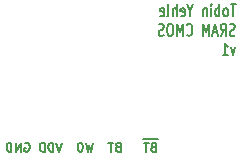
<source format=gbr>
G04 #@! TF.GenerationSoftware,KiCad,Pcbnew,5.0.2-bee76a0~70~ubuntu16.04.1*
G04 #@! TF.CreationDate,2019-10-02T00:23:43-07:00*
G04 #@! TF.ProjectId,sram-register-file,7372616d-2d72-4656-9769-737465722d66,rev?*
G04 #@! TF.SameCoordinates,Original*
G04 #@! TF.FileFunction,Legend,Bot*
G04 #@! TF.FilePolarity,Positive*
%FSLAX46Y46*%
G04 Gerber Fmt 4.6, Leading zero omitted, Abs format (unit mm)*
G04 Created by KiCad (PCBNEW 5.0.2-bee76a0~70~ubuntu16.04.1) date Wed 02 Oct 2019 12:23:43 AM PDT*
%MOMM*%
%LPD*%
G01*
G04 APERTURE LIST*
%ADD10C,0.127000*%
G04 APERTURE END LIST*
D10*
X164182878Y-79580619D02*
X163747450Y-79580619D01*
X163965164Y-80596619D02*
X163965164Y-79580619D01*
X163384592Y-80596619D02*
X163457164Y-80548238D01*
X163493450Y-80499857D01*
X163529735Y-80403095D01*
X163529735Y-80112809D01*
X163493450Y-80016047D01*
X163457164Y-79967666D01*
X163384592Y-79919285D01*
X163275735Y-79919285D01*
X163203164Y-79967666D01*
X163166878Y-80016047D01*
X163130592Y-80112809D01*
X163130592Y-80403095D01*
X163166878Y-80499857D01*
X163203164Y-80548238D01*
X163275735Y-80596619D01*
X163384592Y-80596619D01*
X162804021Y-80596619D02*
X162804021Y-79580619D01*
X162804021Y-79967666D02*
X162731450Y-79919285D01*
X162586307Y-79919285D01*
X162513735Y-79967666D01*
X162477450Y-80016047D01*
X162441164Y-80112809D01*
X162441164Y-80403095D01*
X162477450Y-80499857D01*
X162513735Y-80548238D01*
X162586307Y-80596619D01*
X162731450Y-80596619D01*
X162804021Y-80548238D01*
X162114592Y-80596619D02*
X162114592Y-79919285D01*
X162114592Y-79580619D02*
X162150878Y-79629000D01*
X162114592Y-79677380D01*
X162078307Y-79629000D01*
X162114592Y-79580619D01*
X162114592Y-79677380D01*
X161751735Y-79919285D02*
X161751735Y-80596619D01*
X161751735Y-80016047D02*
X161715450Y-79967666D01*
X161642878Y-79919285D01*
X161534021Y-79919285D01*
X161461450Y-79967666D01*
X161425164Y-80064428D01*
X161425164Y-80596619D01*
X160336592Y-80112809D02*
X160336592Y-80596619D01*
X160590592Y-79580619D02*
X160336592Y-80112809D01*
X160082592Y-79580619D01*
X159538307Y-80548238D02*
X159610878Y-80596619D01*
X159756021Y-80596619D01*
X159828592Y-80548238D01*
X159864878Y-80451476D01*
X159864878Y-80064428D01*
X159828592Y-79967666D01*
X159756021Y-79919285D01*
X159610878Y-79919285D01*
X159538307Y-79967666D01*
X159502021Y-80064428D01*
X159502021Y-80161190D01*
X159864878Y-80257952D01*
X159175450Y-80596619D02*
X159175450Y-79580619D01*
X158848878Y-80596619D02*
X158848878Y-80064428D01*
X158885164Y-79967666D01*
X158957735Y-79919285D01*
X159066592Y-79919285D01*
X159139164Y-79967666D01*
X159175450Y-80016047D01*
X158377164Y-80596619D02*
X158449735Y-80548238D01*
X158486021Y-80451476D01*
X158486021Y-79580619D01*
X157796592Y-80548238D02*
X157869164Y-80596619D01*
X158014307Y-80596619D01*
X158086878Y-80548238D01*
X158123164Y-80451476D01*
X158123164Y-80064428D01*
X158086878Y-79967666D01*
X158014307Y-79919285D01*
X157869164Y-79919285D01*
X157796592Y-79967666D01*
X157760307Y-80064428D01*
X157760307Y-80161190D01*
X158123164Y-80257952D01*
X164110307Y-82199238D02*
X164001450Y-82247619D01*
X163820021Y-82247619D01*
X163747450Y-82199238D01*
X163711164Y-82150857D01*
X163674878Y-82054095D01*
X163674878Y-81957333D01*
X163711164Y-81860571D01*
X163747450Y-81812190D01*
X163820021Y-81763809D01*
X163965164Y-81715428D01*
X164037735Y-81667047D01*
X164074021Y-81618666D01*
X164110307Y-81521904D01*
X164110307Y-81425142D01*
X164074021Y-81328380D01*
X164037735Y-81280000D01*
X163965164Y-81231619D01*
X163783735Y-81231619D01*
X163674878Y-81280000D01*
X162912878Y-82247619D02*
X163166878Y-81763809D01*
X163348307Y-82247619D02*
X163348307Y-81231619D01*
X163058021Y-81231619D01*
X162985450Y-81280000D01*
X162949164Y-81328380D01*
X162912878Y-81425142D01*
X162912878Y-81570285D01*
X162949164Y-81667047D01*
X162985450Y-81715428D01*
X163058021Y-81763809D01*
X163348307Y-81763809D01*
X162622592Y-81957333D02*
X162259735Y-81957333D01*
X162695164Y-82247619D02*
X162441164Y-81231619D01*
X162187164Y-82247619D01*
X161933164Y-82247619D02*
X161933164Y-81231619D01*
X161679164Y-81957333D01*
X161425164Y-81231619D01*
X161425164Y-82247619D01*
X160046307Y-82150857D02*
X160082592Y-82199238D01*
X160191450Y-82247619D01*
X160264021Y-82247619D01*
X160372878Y-82199238D01*
X160445450Y-82102476D01*
X160481735Y-82005714D01*
X160518021Y-81812190D01*
X160518021Y-81667047D01*
X160481735Y-81473523D01*
X160445450Y-81376761D01*
X160372878Y-81280000D01*
X160264021Y-81231619D01*
X160191450Y-81231619D01*
X160082592Y-81280000D01*
X160046307Y-81328380D01*
X159719735Y-82247619D02*
X159719735Y-81231619D01*
X159465735Y-81957333D01*
X159211735Y-81231619D01*
X159211735Y-82247619D01*
X158703735Y-81231619D02*
X158558592Y-81231619D01*
X158486021Y-81280000D01*
X158413450Y-81376761D01*
X158377164Y-81570285D01*
X158377164Y-81908952D01*
X158413450Y-82102476D01*
X158486021Y-82199238D01*
X158558592Y-82247619D01*
X158703735Y-82247619D01*
X158776307Y-82199238D01*
X158848878Y-82102476D01*
X158885164Y-81908952D01*
X158885164Y-81570285D01*
X158848878Y-81376761D01*
X158776307Y-81280000D01*
X158703735Y-81231619D01*
X158086878Y-82199238D02*
X157978021Y-82247619D01*
X157796592Y-82247619D01*
X157724021Y-82199238D01*
X157687735Y-82150857D01*
X157651450Y-82054095D01*
X157651450Y-81957333D01*
X157687735Y-81860571D01*
X157724021Y-81812190D01*
X157796592Y-81763809D01*
X157941735Y-81715428D01*
X158014307Y-81667047D01*
X158050592Y-81618666D01*
X158086878Y-81521904D01*
X158086878Y-81425142D01*
X158050592Y-81328380D01*
X158014307Y-81280000D01*
X157941735Y-81231619D01*
X157760307Y-81231619D01*
X157651450Y-81280000D01*
X164146592Y-83221285D02*
X163965164Y-83898619D01*
X163783735Y-83221285D01*
X163094307Y-83898619D02*
X163529735Y-83898619D01*
X163312021Y-83898619D02*
X163312021Y-82882619D01*
X163384592Y-83027761D01*
X163457164Y-83124523D01*
X163529735Y-83172904D01*
X157619095Y-90980260D02*
X156882495Y-90980260D01*
X157198180Y-91639571D02*
X157092952Y-91675857D01*
X157057876Y-91712142D01*
X157022800Y-91784714D01*
X157022800Y-91893571D01*
X157057876Y-91966142D01*
X157092952Y-92002428D01*
X157163104Y-92038714D01*
X157443714Y-92038714D01*
X157443714Y-91276714D01*
X157198180Y-91276714D01*
X157128028Y-91313000D01*
X157092952Y-91349285D01*
X157057876Y-91421857D01*
X157057876Y-91494428D01*
X157092952Y-91567000D01*
X157128028Y-91603285D01*
X157198180Y-91639571D01*
X157443714Y-91639571D01*
X156882495Y-90980260D02*
X156321276Y-90980260D01*
X156812342Y-91276714D02*
X156391428Y-91276714D01*
X156601885Y-92038714D02*
X156601885Y-91276714D01*
X154216704Y-91639571D02*
X154111476Y-91675857D01*
X154076400Y-91712142D01*
X154041323Y-91784714D01*
X154041323Y-91893571D01*
X154076400Y-91966142D01*
X154111476Y-92002428D01*
X154181628Y-92038714D01*
X154462238Y-92038714D01*
X154462238Y-91276714D01*
X154216704Y-91276714D01*
X154146552Y-91313000D01*
X154111476Y-91349285D01*
X154076400Y-91421857D01*
X154076400Y-91494428D01*
X154111476Y-91567000D01*
X154146552Y-91603285D01*
X154216704Y-91639571D01*
X154462238Y-91639571D01*
X153830866Y-91276714D02*
X153409952Y-91276714D01*
X153620409Y-92038714D02*
X153620409Y-91276714D01*
X152112133Y-91276714D02*
X151936752Y-92038714D01*
X151796447Y-91494428D01*
X151656142Y-92038714D01*
X151480761Y-91276714D01*
X151059847Y-91276714D02*
X150989695Y-91276714D01*
X150919542Y-91313000D01*
X150884466Y-91349285D01*
X150849390Y-91421857D01*
X150814314Y-91567000D01*
X150814314Y-91748428D01*
X150849390Y-91893571D01*
X150884466Y-91966142D01*
X150919542Y-92002428D01*
X150989695Y-92038714D01*
X151059847Y-92038714D01*
X151130000Y-92002428D01*
X151165076Y-91966142D01*
X151200152Y-91893571D01*
X151235228Y-91748428D01*
X151235228Y-91567000D01*
X151200152Y-91421857D01*
X151165076Y-91349285D01*
X151130000Y-91313000D01*
X151059847Y-91276714D01*
X149481419Y-91276714D02*
X149235885Y-92038714D01*
X148990352Y-91276714D01*
X148744819Y-92038714D02*
X148744819Y-91276714D01*
X148569438Y-91276714D01*
X148464209Y-91313000D01*
X148394057Y-91385571D01*
X148358980Y-91458142D01*
X148323904Y-91603285D01*
X148323904Y-91712142D01*
X148358980Y-91857285D01*
X148394057Y-91929857D01*
X148464209Y-92002428D01*
X148569438Y-92038714D01*
X148744819Y-92038714D01*
X148008219Y-92038714D02*
X148008219Y-91276714D01*
X147832838Y-91276714D01*
X147727609Y-91313000D01*
X147657457Y-91385571D01*
X147622380Y-91458142D01*
X147587304Y-91603285D01*
X147587304Y-91712142D01*
X147622380Y-91857285D01*
X147657457Y-91929857D01*
X147727609Y-92002428D01*
X147832838Y-92038714D01*
X148008219Y-92038714D01*
X146324561Y-91313000D02*
X146394714Y-91276714D01*
X146499942Y-91276714D01*
X146605171Y-91313000D01*
X146675323Y-91385571D01*
X146710400Y-91458142D01*
X146745476Y-91603285D01*
X146745476Y-91712142D01*
X146710400Y-91857285D01*
X146675323Y-91929857D01*
X146605171Y-92002428D01*
X146499942Y-92038714D01*
X146429790Y-92038714D01*
X146324561Y-92002428D01*
X146289485Y-91966142D01*
X146289485Y-91712142D01*
X146429790Y-91712142D01*
X145973800Y-92038714D02*
X145973800Y-91276714D01*
X145552885Y-92038714D01*
X145552885Y-91276714D01*
X145202123Y-92038714D02*
X145202123Y-91276714D01*
X145026742Y-91276714D01*
X144921514Y-91313000D01*
X144851361Y-91385571D01*
X144816285Y-91458142D01*
X144781209Y-91603285D01*
X144781209Y-91712142D01*
X144816285Y-91857285D01*
X144851361Y-91929857D01*
X144921514Y-92002428D01*
X145026742Y-92038714D01*
X145202123Y-92038714D01*
M02*

</source>
